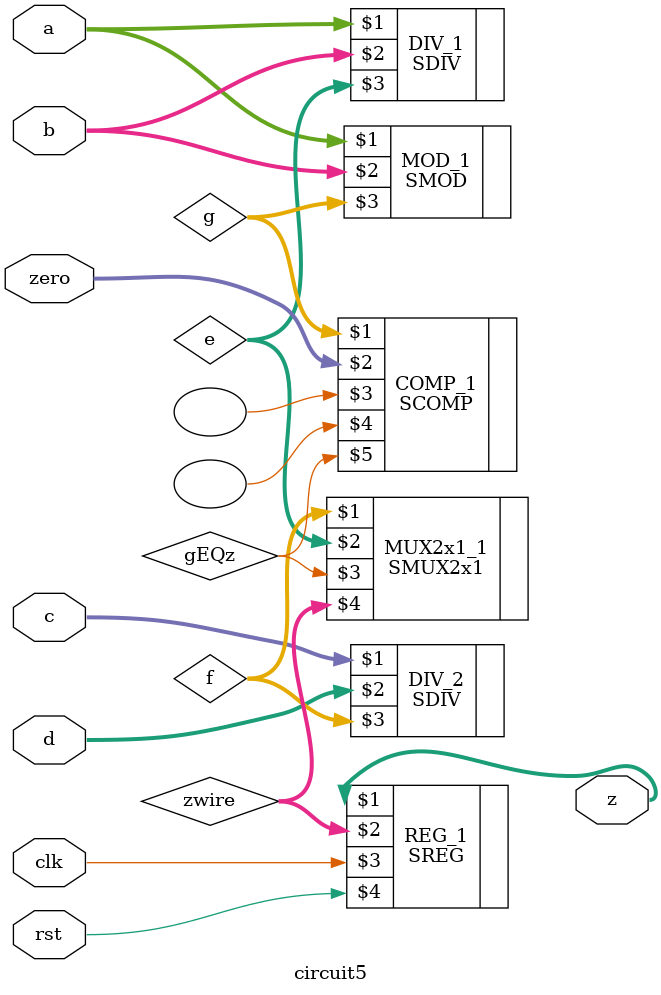
<source format=v>
`timescale 1ns / 1ns

module circuit5(a, b, c, d, zero, z, clk, rst);

    input  clk, rst;
    input  signed [63:0] a, b, c, d, zero;
    output signed [63:0] z;

    wire   signed [63:0] e, f, g, zwire;
    wire   gEQz;

    SDIV   #(.DATAWIDTH(64)) DIV_1(a, b, e);                // e = a / b, signed division
    SDIV   #(.DATAWIDTH(64)) DIV_2(c, d, f);                // f = c / d, signed division
    SMOD   #(.DATAWIDTH(64)) MOD_1(a, b, g);                // g = a % b, signed modulo
    SCOMP  #(.DATAWIDTH(64)) COMP_1(g, zero, , ,gEQz);      // gEQz = g == zero, signed comparison
    SMUX2x1#(.DATAWIDTH(64)) MUX2x1_1(f, e, gEQz, zwire);   // zwire = gEQz ? e : f, signed multiplexing
    SREG   #(.DATAWIDTH(64)) REG_1(z, zwire, clk, rst);     // z = zwire, signed register

endmodule

</source>
